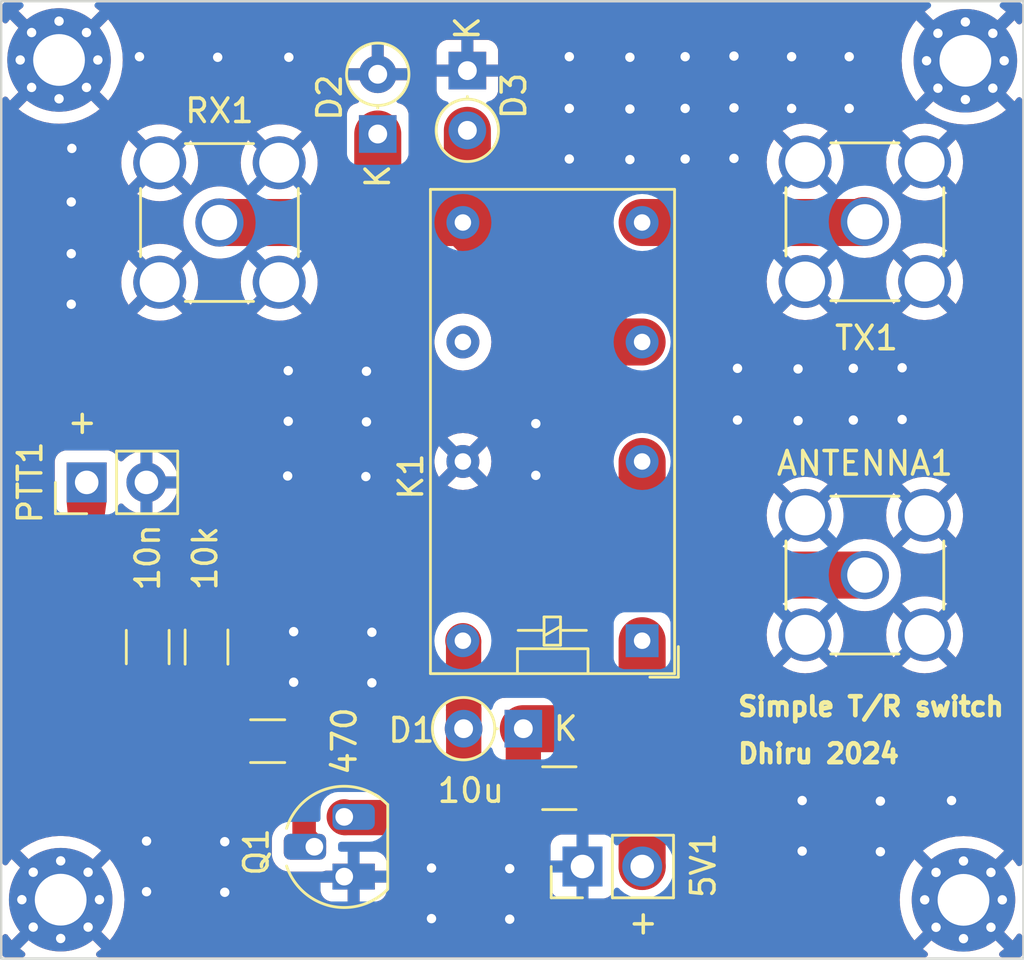
<source format=kicad_pcb>
(kicad_pcb (version 20240617) (generator "pcbnew") (generator_version "8.99")
  (layers (0 "F.Cu" signal) (31 "B.Cu" signal) (35 "F.Paste" user) (37 "F.SilkS" user "F.Silkscreen") (38 "B.Mask" user) (39 "F.Mask" user) (44 "Edge.Cuts" user))
  (net 0 "")
  (net 1 "GNDPWR")
  (net 2 "Net-(ANTENNA1-In)")
  (net 3 "Net-(D1-A)")
  (net 4 "RX")
  (net 5 "TX")
  (net 6 "Net-(5V1-Pin_2)")
  (net 8 "Net-(Q1-B)")
  (net 9 "Net-(PTT1-Pin_1)")
  (footprint "Connector_Coaxial:SMA_Amphenol_901-144_Vertical" (layer "F.Cu") (at 101.99 84.44)
    (property "Reference" "ANTENNA1" (at 0 -4.75 0) (layer "F.SilkS"))
    (property "Value" "SMA" (hide yes))
    (fp_line (start -3.355 -1.45) (end -3.355 1.45) (stroke (width 0.12)) (layer "F.SilkS"))
    (fp_line (start -1.45 -3.355) (end 1.45 -3.355) (stroke (width 0.12)) (layer "F.SilkS"))
    (fp_line (start -1.45 3.355) (end 1.45 3.355) (stroke (width 0.12)) (layer "F.SilkS"))
    (fp_line (start 3.355 -1.45) (end 3.355 1.45) (stroke (width 0.12)) (layer "F.SilkS"))
    (pad "1" thru_hole circle (at 0 0) (size 2.05 2.05) (drill 1.5) (layers "*.Cu" "*.Mask") (net 2 "Net-(ANTENNA1-In)"))
    (pad "2" thru_hole circle (at -2.54 -2.54) (size 2.25 2.25) (drill 1.7) (layers "*.Cu" "*.Mask") (net 1 "GNDPWR"))
    (pad "2" thru_hole circle (at -2.54 2.54) (size 2.25 2.25) (drill 1.7) (layers "*.Cu" "*.Mask") (net 1 "GNDPWR"))
    (pad "2" thru_hole circle (at 2.54 -2.54) (size 2.25 2.25) (drill 1.7) (layers "*.Cu" "*.Mask") (net 1 "GNDPWR"))
    (pad "2" thru_hole circle (at 2.54 2.54) (size 2.25 2.25) (drill 1.7) (layers "*.Cu" "*.Mask") (net 1 "GNDPWR"))
  )
  (footprint "Diode_THT:D_DO-35_SOD27_P2.54mm_Vertical_KathodeUp" (layer "F.Cu") (at 81.28 65.687686 90)
    (property "Reference" "D2" (at 1.547686 -2.05 90) (layer "F.SilkS"))
    (property "Value" "1N4148" (hide yes))
    (fp_line (start 1.213629 0) (end 1.1 0) (stroke (width 0.12)) (layer "F.SilkS"))
    (fp_circle (center 2.54 0) (end 3.866371 0) (stroke (width 0.12)) (fill none) (layer "F.SilkS"))
    (fp_text user "K" (at -1.8 0 90) (layer "F.SilkS"))
    (pad "1" thru_hole rect (at 0 0 90) (size 1.6 1.6) (drill 0.8) (layers "*.Cu" "*.Mask") (net 4 "RX"))
    (pad "2" thru_hole oval (at 2.54 0 90) (size 1.6 1.6) (drill 0.8) (layers "*.Cu" "*.Mask") (net 1 "GNDPWR"))
  )
  (footprint "Connector_PinHeader_2.54mm:PinHeader_1x02_P2.54mm_Vertical" (layer "F.Cu") (at 68.905 80.5 90)
    (property "Reference" "PTT1" (at 0 -2.405 -90) (layer "F.SilkS"))
    (property "Value" "PTT1" (hide yes))
    (fp_line (start -1.33 -1.33) (end 0 -1.33) (stroke (width 0.12)) (layer "F.SilkS"))
    (fp_line (start -1.33 0) (end -1.33 -1.33) (stroke (width 0.12)) (layer "F.SilkS"))
    (fp_line (start 1.33 1.27) (end 1.33 3.87) (stroke (width 0.12)) (layer "F.SilkS"))
    (fp_line (start -1.33 1.27) (end 1.33 1.27) (stroke (width 0.12)) (layer "F.SilkS"))
    (fp_line (start -1.33 1.27) (end -1.33 3.87) (stroke (width 0.12)) (layer "F.SilkS"))
    (fp_line (start -1.33 3.87) (end 1.33 3.87) (stroke (width 0.12)) (layer "F.SilkS"))
    (pad "1" thru_hole rect (at 0 0 90) (size 1.7 1.7) (drill 1) (layers "*.Cu" "*.Mask") (net 9 "Net-(PTT1-Pin_1)"))
    (pad "2" thru_hole oval (at 0 2.54 90) (size 1.7 1.7) (drill 1) (layers "*.Cu" "*.Mask") (net 1 "GNDPWR"))
  )
  (footprint "Capacitor_SMD:C_1206_3216Metric_Pad1.33x1.80mm_HandSolder" (layer "F.Cu") (at 89 93.5)
    (property "Reference" "C2" (hide yes))
    (property "Value" "10u" (at -3.7625 0.1 0) (layer "F.SilkS"))
    (fp_line (start -0.711252 -0.91) (end 0.711252 -0.91) (stroke (width 0.12)) (layer "F.SilkS"))
    (fp_line (start -0.711252 0.91) (end 0.711252 0.91) (stroke (width 0.12)) (layer "F.SilkS"))
    (pad "1" smd roundrect (at -1.5625 0) (size 1.325 1.8) (layers "F.Cu" "F.Paste" "F.Mask") (roundrect_rratio 0.188679) (net 6 "Net-(5V1-Pin_2)"))
    (pad "2" smd roundrect (at 1.5625 0) (size 1.325 1.8) (layers "F.Cu" "F.Paste" "F.Mask") (roundrect_rratio 0.188679) (net 1 "GNDPWR"))
  )
  (footprint "MountingHole:MountingHole_2.2mm_M2_Pad_Via" (layer "F.Cu") (at 106.263274 62.573274)
    (property "Reference" "H2" (hide yes))
    (property "Value" "MountingHole" (hide yes))
    (pad "1" thru_hole circle (at -1.65 0) (size 0.7 0.7) (drill 0.4) (layers "*.Cu" "*.Mask") (net 1 "GNDPWR"))
    (pad "1" thru_hole circle (at -1.166726 -1.166726) (size 0.7 0.7) (drill 0.4) (layers "*.Cu" "*.Mask") (net 1 "GNDPWR"))
    (pad "1" thru_hole circle (at -1.166726 1.166726) (size 0.7 0.7) (drill 0.4) (layers "*.Cu" "*.Mask") (net 1 "GNDPWR"))
    (pad "1" thru_hole circle (at 0 -1.65) (size 0.7 0.7) (drill 0.4) (layers "*.Cu" "*.Mask") (net 1 "GNDPWR"))
    (pad "1" thru_hole circle (at 0 0) (size 4.4 4.4) (drill 2.2) (layers "*.Cu" "*.Mask") (net 1 "GNDPWR"))
    (pad "1" thru_hole circle (at 0 1.65) (size 0.7 0.7) (drill 0.4) (layers "*.Cu" "*.Mask") (net 1 "GNDPWR"))
    (pad "1" thru_hole circle (at 1.166726 -1.166726) (size 0.7 0.7) (drill 0.4) (layers "*.Cu" "*.Mask") (net 1 "GNDPWR"))
    (pad "1" thru_hole circle (at 1.166726 1.166726) (size 0.7 0.7) (drill 0.4) (layers "*.Cu" "*.Mask") (net 1 "GNDPWR"))
    (pad "1" thru_hole circle (at 1.65 0) (size 0.7 0.7) (drill 0.4) (layers "*.Cu" "*.Mask") (net 1 "GNDPWR"))
  )
  (footprint "Relay_THT:Relay_DPDT_Omron_G5V-2" (layer "F.Cu") (at 92.52 87.23 180)
    (property "Reference" "K1" (at 9.83 6.98 90) (layer "F.SilkS"))
    (property "Value" "Omron G5V-2 / OEN 46-05-2C" (hide yes))
    (fp_line (start 9 19.19) (end 9 -1.4) (stroke (width 0.12)) (layer "F.SilkS"))
    (fp_line (start 9 -1.4) (end -1.38 -1.4) (stroke (width 0.12)) (layer "F.SilkS"))
    (fp_line (start 5.3 -0.34) (end 5.3 -1.4) (stroke (width 0.12)) (layer "F.SilkS"))
    (fp_line (start 4.17 1.01) (end 4.17 -0.19) (stroke (width 0.12)) (layer "F.SilkS"))
    (fp_line (start 4.17 0.44) (end 5.27 0.44) (stroke (width 0.12)) (layer "F.SilkS"))
    (fp_line (start 4.17 -0.19) (end 3.47 -0.19) (stroke (width 0.12)) (layer "F.SilkS"))
    (fp_line (start 3.47 1.01) (end 4.17 1.01) (stroke (width 0.12)) (layer "F.SilkS"))
    (fp_line (start 3.47 0.61) (end 4.17 0.21) (stroke (width 0.12)) (layer "F.SilkS"))
    (fp_line (start 3.47 0.44) (end 2.37 0.44) (stroke (width 0.12)) (layer "F.SilkS"))
    (fp_line (start 3.47 -0.19) (end 3.47 1.01) (stroke (width 0.12)) (layer "F.SilkS"))
    (fp_line (start 2.3 -0.34) (end 5.3 -0.34) (stroke (width 0.12)) (layer "F.SilkS"))
    (fp_line (start 2.3 -1.4) (end 2.3 -0.36) (stroke (width 0.12)) (layer "F.SilkS"))
    (fp_line (start -1.38 19.19) (end 9 19.19) (stroke (width 0.12)) (layer "F.SilkS"))
    (fp_line (start -1.38 -1.4) (end -1.38 19.19) (stroke (width 0.12)) (layer "F.SilkS"))
    (fp_line (start -1.54 -0.25) (end -1.54 -1.55) (stroke (width 0.12)) (layer "F.SilkS"))
    (fp_line (start -1.54 -1.55) (end -0.33 -1.55) (stroke (width 0.12)) (layer "F.SilkS"))
    (pad "1" thru_hole rect (at 0 0 180) (size 1.4 1.4) (drill 0.7) (layers "*.Cu" "*.Mask") (net 6 "Net-(5V1-Pin_2)"))
    (pad "4" thru_hole circle (at 0 7.62 180) (size 1.4 1.4) (drill 0.7) (layers "*.Cu" "*.Mask") (net 2 "Net-(ANTENNA1-In)"))
    (pad "6" thru_hole circle (at 0 12.7 180) (size 1.4 1.4) (drill 0.7) (layers "*.Cu" "*.Mask") (net 4 "RX"))
    (pad "8" thru_hole circle (at 0 17.78 180) (size 1.4 1.4) (drill 0.7) (layers "*.Cu" "*.Mask") (net 5 "TX"))
    (pad "9" thru_hole circle (at 7.62 17.78 180) (size 1.4 1.4) (drill 0.7) (layers "*.Cu" "*.Mask") (net 4 "RX"))
    (pad "11" thru_hole circle (at 7.62 12.7 180) (size 1.4 1.4) (drill 0.7) (layers "*.Cu" "*.Mask"))
    (pad "13" thru_hole circle (at 7.62 7.62 180) (size 1.4 1.4) (drill 0.7) (layers "*.Cu" "*.Mask") (net 1 "GNDPWR"))
    (pad "16" thru_hole circle (at 7.62 0 180) (size 1.4 1.4) (drill 0.7) (layers "*.Cu" "*.Mask") (net 3 "Net-(D1-A)"))
  )
  (footprint "Connector_PinHeader_2.54mm:PinHeader_1x02_P2.54mm_Vertical" (layer "F.Cu") (at 89.985 96.83 90)
    (property "Reference" "5V1" (at 0.05 5.135 90) (layer "F.SilkS"))
    (property "Value" "RelayPower1" (hide yes))
    (fp_line (start -1.33 -1.33) (end 0 -1.33) (stroke (width 0.12)) (layer "F.SilkS"))
    (fp_line (start -1.33 0) (end -1.33 -1.33) (stroke (width 0.12)) (layer "F.SilkS"))
    (fp_line (start 1.33 1.27) (end 1.33 3.87) (stroke (width 0.12)) (layer "F.SilkS"))
    (fp_line (start -1.33 1.27) (end 1.33 1.27) (stroke (width 0.12)) (layer "F.SilkS"))
    (fp_line (start -1.33 1.27) (end -1.33 3.87) (stroke (width 0.12)) (layer "F.SilkS"))
    (fp_line (start -1.33 3.87) (end 1.33 3.87) (stroke (width 0.12)) (layer "F.SilkS"))
    (pad "1" thru_hole rect (at 0 0 90) (size 1.7 1.7) (drill 1) (layers "*.Cu" "*.Mask") (net 1 "GNDPWR"))
    (pad "2" thru_hole oval (at 0 2.54 90) (size 1.7 1.7) (drill 1) (layers "*.Cu" "*.Mask") (net 6 "Net-(5V1-Pin_2)"))
  )
  (footprint "MountingHole:MountingHole_2.2mm_M2_Pad_Via" (layer "F.Cu") (at 67.73 62.54)
    (property "Reference" "H1" (hide yes))
    (property "Value" "MountingHole" (hide yes))
    (pad "1" thru_hole circle (at -1.65 0) (size 0.7 0.7) (drill 0.4) (layers "*.Cu" "*.Mask") (net 1 "GNDPWR"))
    (pad "1" thru_hole circle (at -1.166726 -1.166726) (size 0.7 0.7) (drill 0.4) (layers "*.Cu" "*.Mask") (net 1 "GNDPWR"))
    (pad "1" thru_hole circle (at -1.166726 1.166726) (size 0.7 0.7) (drill 0.4) (layers "*.Cu" "*.Mask") (net 1 "GNDPWR"))
    (pad "1" thru_hole circle (at 0 -1.65) (size 0.7 0.7) (drill 0.4) (layers "*.Cu" "*.Mask") (net 1 "GNDPWR"))
    (pad "1" thru_hole circle (at 0 0) (size 4.4 4.4) (drill 2.2) (layers "*.Cu" "*.Mask") (net 1 "GNDPWR"))
    (pad "1" thru_hole circle (at 0 1.65) (size 0.7 0.7) (drill 0.4) (layers "*.Cu" "*.Mask") (net 1 "GNDPWR"))
    (pad "1" thru_hole circle (at 1.166726 -1.166726) (size 0.7 0.7) (drill 0.4) (layers "*.Cu" "*.Mask") (net 1 "GNDPWR"))
    (pad "1" thru_hole circle (at 1.166726 1.166726) (size 0.7 0.7) (drill 0.4) (layers "*.Cu" "*.Mask") (net 1 "GNDPWR"))
    (pad "1" thru_hole circle (at 1.65 0) (size 0.7 0.7) (drill 0.4) (layers "*.Cu" "*.Mask") (net 1 "GNDPWR"))
  )
  (footprint "Resistor_SMD:R_1206_3216Metric_Pad1.30x1.75mm_HandSolder" (layer "F.Cu") (at 74 87.5 90)
    (property "Reference" "R1" (hide yes))
    (property "Value" "10k" (at 3.78 -0.06 90) (layer "F.SilkS"))
    (fp_line (start -0.727064 -0.91) (end 0.727064 -0.91) (stroke (width 0.12)) (layer "F.SilkS"))
    (fp_line (start -0.727064 0.91) (end 0.727064 0.91) (stroke (width 0.12)) (layer "F.SilkS"))
    (pad "1" smd roundrect (at -1.55 0 90) (size 1.3 1.75) (layers "F.Cu" "F.Paste" "F.Mask") (roundrect_rratio 0.192308) (net 9 "Net-(PTT1-Pin_1)"))
    (pad "2" smd roundrect (at 1.55 0 90) (size 1.3 1.75) (layers "F.Cu" "F.Paste" "F.Mask") (roundrect_rratio 0.192308) (net 1 "GNDPWR"))
  )
  (footprint "Package_TO_SOT_THT:TO-92_HandSolder" (layer "F.Cu") (at 79.855 97.26 90)
    (property "Reference" "Q1" (at 1.05 -3.735 90) (layer "F.SilkS"))
    (property "Value" "2N3904" (hide yes))
    (fp_line (start -0.53 1.85) (end 3.07 1.85) (stroke (width 0.12)) (layer "F.SilkS"))
    (fp_arc (start 2.05 -2.45) (mid 3.769931 -0.601036) (end 3.078445 1.827684) (stroke (width 0.12)) (layer "F.SilkS"))
    (fp_arc (start -0.541875 1.841741) (mid -1.247231 -0.581764) (end 0.45 -2.45) (stroke (width 0.12)) (layer "F.SilkS"))
    (pad "1" thru_hole rect (at 0 0 90) (size 1.1 1.8) (drill 0.75 (offset 0 0.4)) (layers "*.Cu" "*.Mask") (net 1 "GNDPWR"))
    (pad "2" thru_hole roundrect (at 1.27 -1.27 90) (size 1.1 1.8) (drill 0.75 (offset 0 -0.4)) (layers "*.Cu" "*.Mask") (net 8 "Net-(Q1-B)"))
    (pad "3" thru_hole roundrect (at 2.54 0 90) (size 1.1 1.8) (drill 0.75 (offset 0 0.4)) (layers "*.Cu" "*.Mask") (net 3 "Net-(D1-A)"))
  )
  (footprint "Diode_THT:D_DO-35_SOD27_P2.54mm_Vertical_KathodeUp" (layer "F.Cu") (at 85.09 62.992 -90)
    (property "Reference" "D3" (at 1.078 -1.98 90) (layer "F.SilkS"))
    (property "Value" "1N4148" (hide yes))
    (fp_line (start 1.213629 0) (end 1.1 0) (stroke (width 0.12)) (layer "F.SilkS"))
    (fp_circle (center 2.54 0) (end 3.866371 0) (stroke (width 0.12)) (fill none) (layer "F.SilkS"))
    (fp_text user "K" (at -1.8 0 90) (layer "F.SilkS"))
    (pad "1" thru_hole rect (at 0 0 270) (size 1.6 1.6) (drill 0.8) (layers "*.Cu" "*.Mask") (net 1 "GNDPWR"))
    (pad "2" thru_hole oval (at 2.54 0 270) (size 1.6 1.6) (drill 0.8) (layers "*.Cu" "*.Mask") (net 4 "RX"))
  )
  (footprint "MountingHole:MountingHole_2.2mm_M2_Pad_Via" (layer "F.Cu") (at 106.183274 98.246726)
    (property "Reference" "H4" (hide yes))
    (property "Value" "MountingHole" (hide yes))
    (pad "1" thru_hole circle (at -1.65 0) (size 0.7 0.7) (drill 0.4) (layers "*.Cu" "*.Mask") (net 1 "GNDPWR"))
    (pad "1" thru_hole circle (at -1.166726 -1.166726) (size 0.7 0.7) (drill 0.4) (layers "*.Cu" "*.Mask") (net 1 "GNDPWR"))
    (pad "1" thru_hole circle (at -1.166726 1.166726) (size 0.7 0.7) (drill 0.4) (layers "*.Cu" "*.Mask") (net 1 "GNDPWR"))
    (pad "1" thru_hole circle (at 0 -1.65) (size 0.7 0.7) (drill 0.4) (layers "*.Cu" "*.Mask") (net 1 "GNDPWR"))
    (pad "1" thru_hole circle (at 0 0) (size 4.4 4.4) (drill 2.2) (layers "*.Cu" "*.Mask") (net 1 "GNDPWR"))
    (pad "1" thru_hole circle (at 0 1.65) (size 0.7 0.7) (drill 0.4) (layers "*.Cu" "*.Mask") (net 1 "GNDPWR"))
    (pad "1" thru_hole circle (at 1.166726 -1.166726) (size 0.7 0.7) (drill 0.4) (layers "*.Cu" "*.Mask") (net 1 "GNDPWR"))
    (pad "1" thru_hole circle (at 1.166726 1.166726) (size 0.7 0.7) (drill 0.4) (layers "*.Cu" "*.Mask") (net 1 "GNDPWR"))
    (pad "1" thru_hole circle (at 1.65 0) (size 0.7 0.7) (drill 0.4) (layers "*.Cu" "*.Mask") (net 1 "GNDPWR"))
  )
  (footprint "MountingHole:MountingHole_2.2mm_M2_Pad_Via" (layer "F.Cu") (at 67.8 98.24)
    (property "Reference" "H3" (hide yes))
    (property "Value" "MountingHole" (hide yes))
    (pad "1" thru_hole circle (at -1.65 0) (size 0.7 0.7) (drill 0.4) (layers "*.Cu" "*.Mask") (net 1 "GNDPWR"))
    (pad "1" thru_hole circle (at -1.166726 -1.166726) (size 0.7 0.7) (drill 0.4) (layers "*.Cu" "*.Mask") (net 1 "GNDPWR"))
    (pad "1" thru_hole circle (at -1.166726 1.166726) (size 0.7 0.7) (drill 0.4) (layers "*.Cu" "*.Mask") (net 1 "GNDPWR"))
    (pad "1" thru_hole circle (at 0 -1.65) (size 0.7 0.7) (drill 0.4) (layers "*.Cu" "*.Mask") (net 1 "GNDPWR"))
    (pad "1" thru_hole circle (at 0 0) (size 4.4 4.4) (drill 2.2) (layers "*.Cu" "*.Mask") (net 1 "GNDPWR"))
    (pad "1" thru_hole circle (at 0 1.65) (size 0.7 0.7) (drill 0.4) (layers "*.Cu" "*.Mask") (net 1 "GNDPWR"))
    (pad "1" thru_hole circle (at 1.166726 -1.166726) (size 0.7 0.7) (drill 0.4) (layers "*.Cu" "*.Mask") (net 1 "GNDPWR"))
    (pad "1" thru_hole circle (at 1.166726 1.166726) (size 0.7 0.7) (drill 0.4) (layers "*.Cu" "*.Mask") (net 1 "GNDPWR"))
    (pad "1" thru_hole circle (at 1.65 0) (size 0.7 0.7) (drill 0.4) (layers "*.Cu" "*.Mask") (net 1 "GNDPWR"))
  )
  (footprint "Diode_THT:D_DO-35_SOD27_P2.54mm_Vertical_KathodeUp" (layer "F.Cu") (at 87.47 90.97 180)
    (property "Reference" "D1" (at 4.76 -0.07 180) (layer "F.SilkS"))
    (property "Value" "1N4148" (hide yes))
    (fp_line (start 1.213629 0) (end 1.1 0) (stroke (width 0.12)) (layer "F.SilkS"))
    (fp_circle (center 2.54 0) (end 3.866371 0) (stroke (width 0.12)) (fill none) (layer "F.SilkS"))
    (fp_text user "K" (at -1.8 0 180) (layer "F.SilkS"))
    (pad "1" thru_hole rect (at 0 0 180) (size 1.6 1.6) (drill 0.8) (layers "*.Cu" "*.Mask") (net 6 "Net-(5V1-Pin_2)"))
    (pad "2" thru_hole oval (at 2.54 0 180) (size 1.6 1.6) (drill 0.8) (layers "*.Cu" "*.Mask") (net 3 "Net-(D1-A)"))
  )
  (footprint "Resistor_SMD:R_1206_3216Metric_Pad1.30x1.75mm_HandSolder" (layer "F.Cu") (at 76.6 91.5)
    (property "Reference" "R2" (hide yes))
    (property "Value" "470" (at 3.26 0 90) (layer "F.SilkS"))
    (fp_line (start -0.727064 -0.91) (end 0.727064 -0.91) (stroke (width 0.12)) (layer "F.SilkS"))
    (fp_line (start -0.727064 0.91) (end 0.727064 0.91) (stroke (width 0.12)) (layer "F.SilkS"))
    (pad "1" smd roundrect (at -1.55 0) (size 1.3 1.75) (layers "F.Cu" "F.Paste" "F.Mask") (roundrect_rratio 0.192308) (net 9 "Net-(PTT1-Pin_1)"))
    (pad "2" smd roundrect (at 1.55 0) (size 1.3 1.75) (layers "F.Cu" "F.Paste" "F.Mask") (roundrect_rratio 0.192308) (net 8 "Net-(Q1-B)"))
  )
  (footprint "Connector_Coaxial:SMA_Amphenol_901-144_Vertical" (layer "F.Cu") (at 74.55 69.45)
    (property "Reference" "RX1" (at 0 -4.75 0) (layer "F.SilkS"))
    (property "Value" "SMA")
    (fp_line (start -3.355 -1.45) (end -3.355 1.45) (stroke (width 0.12)) (layer "F.SilkS"))
    (fp_line (start -1.45 -3.355) (end 1.45 -3.355) (stroke (width 0.12)) (layer "F.SilkS"))
    (fp_line (start -1.45 3.355) (end 1.45 3.355) (stroke (width 0.12)) (layer "F.SilkS"))
    (fp_line (start 3.355 -1.45) (end 3.355 1.45) (stroke (width 0.12)) (layer "F.SilkS"))
    (pad "1" thru_hole circle (at 0 0) (size 2.05 2.05) (drill 1.5) (layers "*.Cu" "*.Mask") (net 4 "RX"))
    (pad "2" thru_hole circle (at -2.54 -2.54) (size 2.25 2.25) (drill 1.7) (layers "*.Cu" "*.Mask") (net 1 "GNDPWR"))
    (pad "2" thru_hole circle (at -2.54 2.54) (size 2.25 2.25) (drill 1.7) (layers "*.Cu" "*.Mask") (net 1 "GNDPWR"))
    (pad "2" thru_hole circle (at 2.54 -2.54) (size 2.25 2.25) (drill 1.7) (layers "*.Cu" "*.Mask") (net 1 "GNDPWR"))
    (pad "2" thru_hole circle (at 2.54 2.54) (size 2.25 2.25) (drill 1.7) (layers "*.Cu" "*.Mask") (net 1 "GNDPWR"))
  )
  (footprint "Capacitor_SMD:C_1206_3216Metric_Pad1.33x1.80mm_HandSolder" (layer "F.Cu") (at 71.5 87.5 90)
    (property "Reference" "C1" (hide yes))
    (property "Value" "10n" (at 3.81 0 90) (layer "F.SilkS"))
    (fp_line (start -0.711252 -0.91) (end 0.711252 -0.91) (stroke (width 0.12)) (layer "F.SilkS"))
    (fp_line (start -0.711252 0.91) (end 0.711252 0.91) (stroke (width 0.12)) (layer "F.SilkS"))
    (pad "1" smd roundrect (at -1.5625 0 90) (size 1.325 1.8) (layers "F.Cu" "F.Paste" "F.Mask") (roundrect_rratio 0.188679) (net 9 "Net-(PTT1-Pin_1)"))
    (pad "2" smd roundrect (at 1.5625 0 90) (size 1.325 1.8) (layers "F.Cu" "F.Paste" "F.Mask") (roundrect_rratio 0.188679) (net 1 "GNDPWR"))
  )
  (footprint "Connector_Coaxial:SMA_Amphenol_901-144_Vertical" (layer "F.Cu") (at 101.99 69.42)
    (property "Reference" "TX1" (at 0.07 4.94 180) (layer "F.SilkS"))
    (property "Value" "SMA" (hide yes))
    (fp_line (start -3.355 -1.45) (end -3.355 1.45) (stroke (width 0.12)) (layer "F.SilkS"))
    (fp_line (start -1.45 -3.355) (end 1.45 -3.355) (stroke (width 0.12)) (layer "F.SilkS"))
    (fp_line (start -1.45 3.355) (end 1.45 3.355) (stroke (width 0.12)) (layer "F.SilkS"))
    (fp_line (start 3.355 -1.45) (end 3.355 1.45) (stroke (width 0.12)) (layer "F.SilkS"))
    (pad "1" thru_hole circle (at 0 0) (size 2.05 2.05) (drill 1.5) (layers "*.Cu" "*.Mask") (net 5 "TX"))
    (pad "2" thru_hole circle (at -2.54 -2.54) (size 2.25 2.25) (drill 1.7) (layers "*.Cu" "*.Mask") (net 1 "GNDPWR"))
    (pad "2" thru_hole circle (at -2.54 2.54) (size 2.25 2.25) (drill 1.7) (layers "*.Cu" "*.Mask") (net 1 "GNDPWR"))
    (pad "2" thru_hole circle (at 2.54 -2.54) (size 2.25 2.25) (drill 1.7) (layers "*.Cu" "*.Mask") (net 1 "GNDPWR"))
    (pad "2" thru_hole circle (at 2.54 2.54) (size 2.25 2.25) (drill 1.7) (layers "*.Cu" "*.Mask") (net 1 "GNDPWR"))
  )
  (gr_rect (start 65.27 60.04) (end 108.73 100.74) (stroke (width 0.1)) (fill none) (layer "Edge.Cuts"))
  (gr_text "Simple T/R switch" (at 96.5 90.5 0) (layer "F.SilkS") (effects (font (size 0.8 0.8) (thickness 0.2) (bold yes)) (justify left bottom)))
  (gr_text "+" (at 68 78.5 0) (layer "F.SilkS") (effects (font (size 1 1)) (justify left bottom)))
  (gr_text "Dhiru 2024" (at 96.5 92.5 0) (layer "F.SilkS") (effects (font (size 0.8 0.8) (thickness 0.2) (bold yes)) (justify left bottom)))
  (gr_text "+" (at 91.85 99.78 0) (layer "F.SilkS") (effects (font (size 1 1)) (justify left bottom)))
  (via (at 96.575 75.65) (size 0.8) (drill 0.4) (layers "F.Cu" "B.Cu") (net 1))
  (via (at 96.425 66.725) (size 0.8) (drill 0.4) (layers "F.Cu" "B.Cu") (net 1))
  (via (at 101.325 62.4) (size 0.8) (drill 0.4) (layers "F.Cu" "B.Cu") (net 1))
  (via (at 77.705 88.995) (size 0.8) (drill 0.4) (layers "F.Cu" "B.Cu") (net 1))
  (via (at 74.475 62.425) (size 0.8) (drill 0.4) (layers "F.Cu" "B.Cu") (net 1))
  (via (at 99.15 75.675) (size 0.8) (drill 0.4) (layers "F.Cu" "B.Cu") (net 1))
  (via (at 86.89 96.92) (size 0.8) (drill 0.4) (layers "F.Cu" "B.Cu") (net 1))
  (via (at 77.475 75.75) (size 0.8) (drill 0.4) (layers "F.Cu" "B.Cu") (net 1))
  (via (at 89.425 66.75) (size 0.8) (drill 0.4) (layers "F.Cu" "B.Cu") (net 1))
  (via (at 71.15 62.4) (size 0.8) (drill 0.4) (layers "F.Cu" "B.Cu") (net 1))
  (via (at 80.775 80.25) (size 0.8) (drill 0.4) (layers "F.Cu" "B.Cu") (net 1))
  (via (at 83.565 96.895) (size 0.8) (drill 0.4) (layers "F.Cu" "B.Cu") (net 1))
  (via (at 96.425 62.375) (size 0.8) (drill 0.4) (layers "F.Cu" "B.Cu") (net 1))
  (via (at 88 78) (size 0.8) (drill 0.4) (layers "F.Cu" "B.Cu") (net 1))
  (via (at 74.775 95.775) (size 0.8) (drill 0.4) (layers "F.Cu" "B.Cu") (net 1))
  (via (at 98.875 64.6) (size 0.8) (drill 0.4) (layers "F.Cu" "B.Cu") (net 1))
  (via (at 101.5 77.85) (size 0.8) (drill 0.4) (layers "F.Cu" "B.Cu") (net 1))
  (via (at 102.65 94.05) (size 0.8) (drill 0.4) (layers "F.Cu" "B.Cu") (net 1))
  (via (at 68.25 70.775) (size 0.8) (drill 0.4) (layers "F.Cu" "B.Cu") (net 1))
  (via (at 77.475 77.9) (size 0.8) (drill 0.4) (layers "F.Cu" "B.Cu") (net 1))
  (via (at 92 66.775) (size 0.8) (drill 0.4) (layers "F.Cu" "B.Cu") (net 1))
  (via (at 71.45 97.9) (size 0.8) (drill 0.4) (layers "F.Cu" "B.Cu") (net 1))
  (via (at 96.575 77.85) (size 0.8) (drill 0.4) (layers "F.Cu" "B.Cu") (net 1))
  (via (at 89.425 62.4) (size 0.8) (drill 0.4) (layers "F.Cu" "B.Cu") (net 1))
  (via (at 77.45 80.225) (size 0.8) (drill 0.4) (layers "F.Cu" "B.Cu") (net 1))
  (via (at 98.875 62.4) (size 0.8) (drill 0.4) (layers "F.Cu" "B.Cu") (net 1))
  (via (at 74.775 97.925) (size 0.8) (drill 0.4) (layers "F.Cu" "B.Cu") (net 1))
  (via (at 101.5 75.65) (size 0.8) (drill 0.4) (layers "F.Cu" "B.Cu") (net 1))
  (via (at 81.03 86.87) (size 0.8) (drill 0.4) (layers "F.Cu" "B.Cu") (net 1))
  (via (at 94.35 62.4) (size 0.8) (drill 0.4) (layers "F.Cu" "B.Cu") (net 1))
  (via (at 89.425 64.6) (size 0.8) (drill 0.4) (layers "F.Cu" "B.Cu") (net 1))
  (via (at 71.45 95.75) (size 0.8) (drill 0.4) (layers "F.Cu" "B.Cu") (net 1))
  (via (at 77.5 62.425) (size 0.8) (drill 0.4) (layers "F.Cu" "B.Cu") (net 1))
  (via (at 80.8 77.925) (size 0.8) (drill 0.4) (layers "F.Cu" "B.Cu") (net 1))
  (via (at 102.65 96.2) (size 0.8) (drill 0.4) (layers "F.Cu" "B.Cu") (net 1))
  (via (at 86.89 99.07) (size 0.8) (drill 0.4) (layers "F.Cu" "B.Cu") (net 1))
  (via (at 68.25 72.925) (size 0.8) (drill 0.4) (layers "F.Cu" "B.Cu") (net 1))
  (via (at 68.25 68.575) (size 0.8) (drill 0.4) (layers "F.Cu" "B.Cu") (net 1))
  (via (at 99.325 94.025) (size 0.8) (drill 0.4) (layers "F.Cu" "B.Cu") (net 1))
  (via (at 99.15 77.875) (size 0.8) (drill 0.4) (layers "F.Cu" "B.Cu") (net 1))
  (via (at 92 64.625) (size 0.8) (drill 0.4) (layers "F.Cu" "B.Cu") (net 1))
  (via (at 103.575 75.625) (size 0.8) (drill 0.4) (layers "F.Cu" "B.Cu") (net 1))
  (via (at 94.35 66.75) (size 0.8) (drill 0.4) (layers "F.Cu" "B.Cu") (net 1))
  (via (at 105.675 94.025) (size 0.8) (drill 0.4) (layers "F.Cu" "B.Cu") (net 1))
  (via (at 99.325 96.175) (size 0.8) (drill 0.4) (layers "F.Cu" "B.Cu") (net 1))
  (via (at 103.575 77.825) (size 0.8) (drill 0.4) (layers "F.Cu" "B.Cu") (net 1))
  (via (at 92 62.425) (size 0.8) (drill 0.4) (layers "F.Cu" "B.Cu") (net 1))
  (via (at 101.325 64.6) (size 0.8) (drill 0.4) (layers "F.Cu" "B.Cu") (net 1))
  (via (at 81.03 89.02) (size 0.8) (drill 0.4) (layers "F.Cu" "B.Cu") (net 1))
  (via (at 80.8 75.775) (size 0.8) (drill 0.4) (layers "F.Cu" "B.Cu") (net 1))
  (via (at 96.425 64.575) (size 0.8) (drill 0.4) (layers "F.Cu" "B.Cu") (net 1))
  (via (at 83.565 99.045) (size 0.8) (drill 0.4) (layers "F.Cu" "B.Cu") (net 1))
  (via (at 68.275 66.3) (size 0.8) (drill 0.4) (layers "F.Cu" "B.Cu") (net 1))
  (via (at 94.35 64.6) (size 0.8) (drill 0.4) (layers "F.Cu" "B.Cu") (net 1))
  (via (at 88 80.2) (size 0.8) (drill 0.4) (layers "F.Cu" "B.Cu") (net 1))
  (via (at 77.705 86.845) (size 0.8) (drill 0.4) (layers "F.Cu" "B.Cu") (net 1))
  (segment (start 93.11 84.44) (end 101.99 84.44) (width 2) (layer "F.Cu") (net 2))
  (segment (start 92.52 79.61) (end 92.52 83.85) (width 2) (layer "F.Cu") (net 2))
  (segment (start 92.52 83.85) (end 93.11 84.44) (width 2) (layer "F.Cu") (net 2))
  (segment (start 84.935 94.75) (end 79.885 94.75) (width 1.5) (layer "F.Cu") (net 3))
  (segment (start 84.935 90.175) (end 84.935 94.75) (width 1.5) (layer "F.Cu") (net 3))
  (segment (start 84.93 90.97) (end 84.93 90.17) (width 1.5) (layer "F.Cu") (net 3))
  (segment (start 84.93 90.17) (end 84.935 90.175) (width 1.5) (layer "F.Cu") (net 3))
  (segment (start 84.93 87.26) (end 84.9 87.23) (width 1.5) (layer "F.Cu") (net 3))
  (segment (start 79.885 94.75) (end 79.855 94.72) (width 1.5) (layer "F.Cu") (net 3))
  (segment (start 84.93 90.17) (end 84.93 87.26) (width 1.5) (layer "F.Cu") (net 3))
  (segment (start 89.98 74.53) (end 84.9 69.45) (width 2) (layer "F.Cu") (net 4))
  (segment (start 74.55 69.45) (end 80.918 69.45) (width 2) (layer "F.Cu") (net 4))
  (segment (start 81.28 65.687686) (end 81.28 69.088) (width 2) (layer "F.Cu") (net 4))
  (segment (start 81.28 69.088) (end 80.918 69.45) (width 2) (layer "F.Cu") (net 4))
  (segment (start 80.918 69.45) (end 84.9 69.45) (width 2) (layer "F.Cu") (net 4))
  (segment (start 85.09 65.532) (end 85.09 69.26) (width 2) (layer "F.Cu") (net 4))
  (segment (start 85.09 69.26) (end 84.9 69.45) (width 2) (layer "F.Cu") (net 4))
  (segment (start 92.52 74.53) (end 89.98 74.53) (width 2) (layer "F.Cu") (net 4))
  (segment (start 101.95 69.37) (end 101.87 69.45) (width 2) (layer "F.Cu") (net 5))
  (segment (start 101.99 69.41) (end 101.95 69.37) (width 2) (layer "F.Cu") (net 5))
  (segment (start 101.87 69.45) (end 92.52 69.45) (width 2) (layer "F.Cu") (net 5))
  (segment (start 92.35 90.97) (end 92.52 91.14) (width 2) (layer "F.Cu") (net 6))
  (segment (start 92.52 87.23) (end 92.52 91.14) (width 2) (layer "F.Cu") (net 6))
  (segment (start 92.52 96.825) (end 92.525 96.83) (width 2) (layer "F.Cu") (net 6))
  (segment (start 92.52 91.14) (end 92.52 96.825) (width 2) (layer "F.Cu") (net 6))
  (segment (start 87.47 90.97) (end 87.47 93.4675) (width 1.5) (layer "F.Cu") (net 6))
  (segment (start 87.47 90.97) (end 92.35 90.97) (width 2) (layer "F.Cu") (net 6))
  (segment (start 78.15 91.5) (end 78.15 95.555) (width 1) (layer "F.Cu") (net 8))
  (segment (start 78.15 95.555) (end 78.585 95.99) (width 1) (layer "F.Cu") (net 8))
  (segment (start 74 91.5) (end 72 91.5) (width 1.5) (layer "F.Cu") (net 9))
  (segment (start 75.05 91.5) (end 74 91.5) (width 1.5) (layer "F.Cu") (net 9))
  (segment (start 68.885 80.52) (end 68.885 90.76) (width 1.5) (layer "F.Cu") (net 9))
  (segment (start 74 89.05) (end 74 91.5) (width 1.5) (layer "F.Cu") (net 9))
  (segment (start 69.625 91.5) (end 68.885 90.76) (width 1.5) (layer "F.Cu") (net 9))
  (segment (start 71.5 89.0625) (end 71.5 91) (width 1.5) (layer "F.Cu") (net 9))
  (segment (start 71.5 91) (end 72 91.5) (width 1.5) (layer "F.Cu") (net 9))
  (segment (start 72 91.5) (end 69.625 91.5) (width 1.5) (layer "F.Cu") (net 9))
  (zone (net 1) (net_name "GNDPWR") (layer "F.Cu") (connect_pads thru_hole_only (clearance 0.508)) (min_thickness 0.254) (fill yes (thermal_gap 0.508) (thermal_bridge_width 0.508))
    (polygon (pts (xy 108.7 100.83) (xy 65.27 100.83) (xy 65.27 60.1) (xy 108.7 60.1)))
  )
  (zone (net 1) (net_name "GNDPWR") (layer "B.Cu") (connect_pads thru_hole_only (clearance 0.508)) (min_thickness 0.254) (fill yes (thermal_gap 0.508) (thermal_bridge_width 0.508))
    (polygon (pts (xy 108.75 100.725) (xy 65.275 100.725) (xy 65.275 60.05) (xy 108.725 60.05)))
  )
)
</source>
